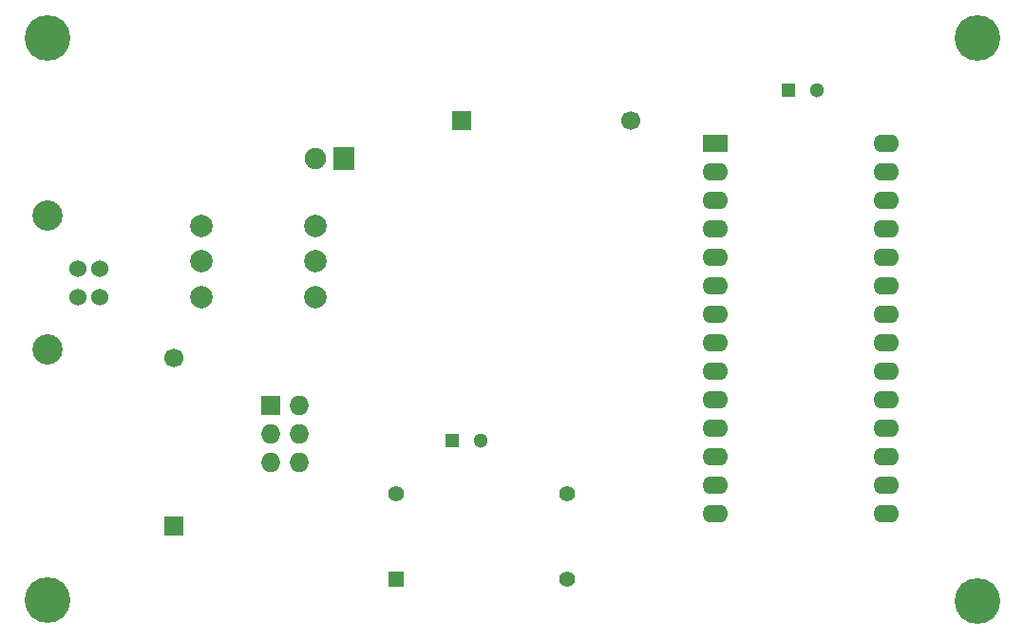
<source format=gbr>
G04 #@! TF.FileFunction,Soldermask,Bot*
%FSLAX46Y46*%
G04 Gerber Fmt 4.6, Leading zero omitted, Abs format (unit mm)*
G04 Created by KiCad (PCBNEW (2015-07-24 BZR 5991)-product) date Tuesday, July 28, 2015 'PMt' 09:28:55 PM*
%MOMM*%
G01*
G04 APERTURE LIST*
%ADD10C,0.100000*%
%ADD11C,4.064000*%
%ADD12R,1.900000X2.000000*%
%ADD13C,1.900000*%
%ADD14R,1.727200X1.727200*%
%ADD15O,1.727200X1.727200*%
%ADD16R,2.286000X1.574800*%
%ADD17O,2.286000X1.574800*%
%ADD18R,1.700000X1.700000*%
%ADD19C,1.700000*%
%ADD20R,1.300000X1.300000*%
%ADD21C,1.300000*%
%ADD22C,1.998980*%
%ADD23R,1.397000X1.397000*%
%ADD24C,1.397000*%
%ADD25C,1.524000*%
%ADD26C,2.700020*%
G04 APERTURE END LIST*
D10*
D11*
X109575600Y-81026000D03*
X192481200Y-81026000D03*
X192481200Y-131267200D03*
D12*
X136017000Y-91821000D03*
D13*
X133477000Y-91821000D03*
D14*
X129540000Y-113792000D03*
D15*
X132080000Y-113792000D03*
X129540000Y-116332000D03*
X132080000Y-116332000D03*
X129540000Y-118872000D03*
X132080000Y-118872000D03*
D16*
X169164000Y-90424000D03*
D17*
X169164000Y-92964000D03*
X169164000Y-95504000D03*
X169164000Y-98044000D03*
X169164000Y-100584000D03*
X169164000Y-103124000D03*
X169164000Y-105664000D03*
X169164000Y-108204000D03*
X169164000Y-110744000D03*
X169164000Y-113284000D03*
X169164000Y-115824000D03*
X169164000Y-118364000D03*
X169164000Y-120904000D03*
X169164000Y-123444000D03*
X184404000Y-123444000D03*
X184404000Y-120904000D03*
X184404000Y-118364000D03*
X184404000Y-115824000D03*
X184404000Y-113284000D03*
X184404000Y-110744000D03*
X184404000Y-108204000D03*
X184404000Y-105664000D03*
X184404000Y-103124000D03*
X184404000Y-100584000D03*
X184404000Y-98044000D03*
X184404000Y-95504000D03*
X184404000Y-92964000D03*
X184404000Y-90424000D03*
D18*
X120904000Y-124587000D03*
D19*
X120904000Y-109587000D03*
D18*
X146558000Y-88392000D03*
D19*
X161558000Y-88392000D03*
D20*
X145669000Y-116967000D03*
D21*
X148169000Y-116967000D03*
D20*
X175641000Y-85725000D03*
D21*
X178141000Y-85725000D03*
D22*
X133477000Y-104140000D03*
X123317000Y-104140000D03*
X133477000Y-100965000D03*
X123317000Y-100965000D03*
X123317000Y-97790000D03*
X133477000Y-97790000D03*
D23*
X140716000Y-129286000D03*
D24*
X155956000Y-129286000D03*
X155956000Y-121666000D03*
X140716000Y-121666000D03*
D11*
X109626400Y-131165600D03*
D25*
X114300000Y-101600000D03*
X114300000Y-104140000D03*
X112301020Y-104140000D03*
X112301020Y-101600000D03*
D26*
X109601000Y-96870520D03*
X109601000Y-108869480D03*
M02*

</source>
